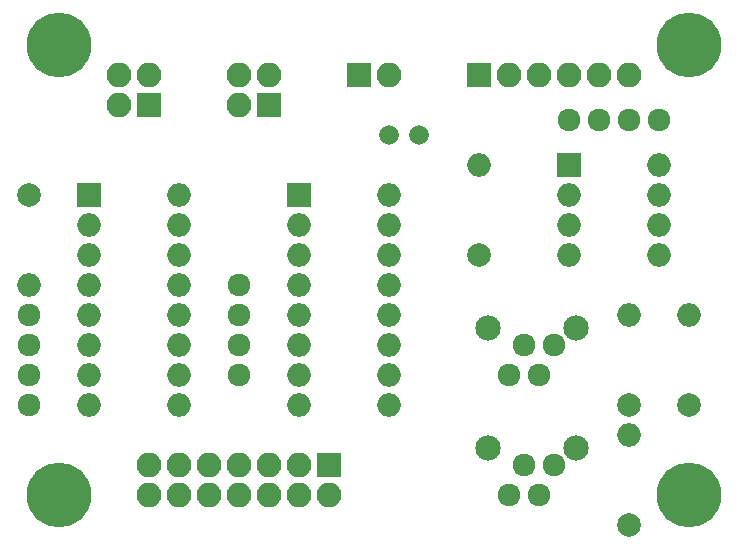
<source format=gbr>
G04 #@! TF.FileFunction,Soldermask,Bot*
%FSLAX46Y46*%
G04 Gerber Fmt 4.6, Leading zero omitted, Abs format (unit mm)*
G04 Created by KiCad (PCBNEW 4.0.6) date Tuesday, June 06, 2017 'PMt' 02:35:44 PM*
%MOMM*%
%LPD*%
G01*
G04 APERTURE LIST*
%ADD10C,0.100000*%
%ADD11R,2.100000X2.100000*%
%ADD12O,2.100000X2.100000*%
%ADD13C,2.150000*%
%ADD14C,1.924000*%
%ADD15R,2.000000X2.000000*%
%ADD16O,2.000000X2.000000*%
%ADD17C,1.670000*%
%ADD18C,2.000000*%
%ADD19C,5.480000*%
G04 APERTURE END LIST*
D10*
D11*
X121920000Y-86360000D03*
D12*
X124460000Y-86360000D03*
X127000000Y-86360000D03*
X129540000Y-86360000D03*
X132080000Y-86360000D03*
X134620000Y-86360000D03*
D13*
X122660000Y-107740000D03*
D14*
X124460000Y-111760000D03*
X125730000Y-109220000D03*
X127000000Y-111760000D03*
X128270000Y-109220000D03*
D13*
X130070000Y-107740000D03*
X122660000Y-117900000D03*
D14*
X124460000Y-121920000D03*
X125730000Y-119380000D03*
X127000000Y-121920000D03*
X128270000Y-119380000D03*
D13*
X130070000Y-117900000D03*
D14*
X101600000Y-104140000D03*
X101600000Y-106680000D03*
X101600000Y-111760000D03*
X101600000Y-109220000D03*
X83820000Y-106680000D03*
X83820000Y-109220000D03*
X83820000Y-114300000D03*
X83820000Y-111760000D03*
X129540000Y-90170000D03*
X132080000Y-90170000D03*
X137160000Y-90170000D03*
X134620000Y-90170000D03*
D15*
X106680000Y-96520000D03*
D16*
X114300000Y-114300000D03*
X106680000Y-99060000D03*
X114300000Y-111760000D03*
X106680000Y-101600000D03*
X114300000Y-109220000D03*
X106680000Y-104140000D03*
X114300000Y-106680000D03*
X106680000Y-106680000D03*
X114300000Y-104140000D03*
X106680000Y-109220000D03*
X114300000Y-101600000D03*
X106680000Y-111760000D03*
X114300000Y-99060000D03*
X106680000Y-114300000D03*
X114300000Y-96520000D03*
D15*
X88900000Y-96520000D03*
D16*
X96520000Y-114300000D03*
X88900000Y-99060000D03*
X96520000Y-111760000D03*
X88900000Y-101600000D03*
X96520000Y-109220000D03*
X88900000Y-104140000D03*
X96520000Y-106680000D03*
X88900000Y-106680000D03*
X96520000Y-104140000D03*
X88900000Y-109220000D03*
X96520000Y-101600000D03*
X88900000Y-111760000D03*
X96520000Y-99060000D03*
X88900000Y-114300000D03*
X96520000Y-96520000D03*
D15*
X129540000Y-93980000D03*
D16*
X137160000Y-101600000D03*
X129540000Y-96520000D03*
X137160000Y-99060000D03*
X129540000Y-99060000D03*
X137160000Y-96520000D03*
X129540000Y-101600000D03*
X137160000Y-93980000D03*
D17*
X116840000Y-91440000D03*
D18*
X83820000Y-96520000D03*
D16*
X83820000Y-104140000D03*
D18*
X139700000Y-114300000D03*
D16*
X139700000Y-106680000D03*
D18*
X134620000Y-114300000D03*
D16*
X134620000Y-106680000D03*
D18*
X134620000Y-124460000D03*
D16*
X134620000Y-116840000D03*
D18*
X121920000Y-101600000D03*
D16*
X121920000Y-93980000D03*
D19*
X139700000Y-121920000D03*
X139700000Y-83820000D03*
X86360000Y-121920000D03*
X86360000Y-83820000D03*
D17*
X114300000Y-91440000D03*
D11*
X104140000Y-88900000D03*
D12*
X104140000Y-86360000D03*
X101600000Y-88900000D03*
X101600000Y-86360000D03*
D11*
X93980000Y-88900000D03*
D12*
X93980000Y-86360000D03*
X91440000Y-88900000D03*
X91440000Y-86360000D03*
D11*
X111760000Y-86360000D03*
D12*
X114300000Y-86360000D03*
D11*
X109220000Y-119380000D03*
D12*
X109220000Y-121920000D03*
X106680000Y-119380000D03*
X106680000Y-121920000D03*
X104140000Y-119380000D03*
X104140000Y-121920000D03*
X101600000Y-119380000D03*
X101600000Y-121920000D03*
X99060000Y-119380000D03*
X99060000Y-121920000D03*
X96520000Y-119380000D03*
X96520000Y-121920000D03*
X93980000Y-119380000D03*
X93980000Y-121920000D03*
M02*

</source>
